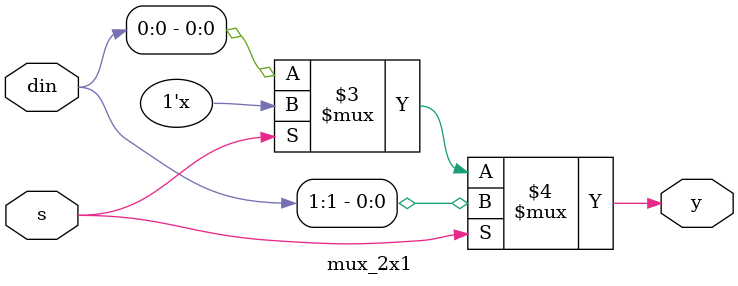
<source format=v>
/*
data flow model of a 2x1 mux (Prioritized logic)
*/

module mux_2x1(input[1:0] din, input s, output y);
    assign y = (s==1'b1)?din[1]:(s==1'b0)?din[0]:1'bz;//Prioritized logic
endmodule
</source>
